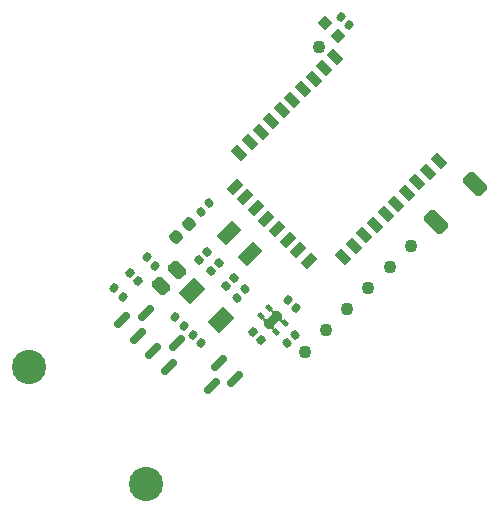
<source format=gbr>
G04 #@! TF.GenerationSoftware,KiCad,Pcbnew,(6.0.9)*
G04 #@! TF.CreationDate,2022-11-30T18:40:26+01:00*
G04 #@! TF.ProjectId,parasite - 45deg,70617261-7369-4746-9520-2d2034356465,1.2.0*
G04 #@! TF.SameCoordinates,Original*
G04 #@! TF.FileFunction,Soldermask,Top*
G04 #@! TF.FilePolarity,Negative*
%FSLAX46Y46*%
G04 Gerber Fmt 4.6, Leading zero omitted, Abs format (unit mm)*
G04 Created by KiCad (PCBNEW (6.0.9)) date 2022-11-30 18:40:26*
%MOMM*%
%LPD*%
G01*
G04 APERTURE LIST*
G04 Aperture macros list*
%AMRoundRect*
0 Rectangle with rounded corners*
0 $1 Rounding radius*
0 $2 $3 $4 $5 $6 $7 $8 $9 X,Y pos of 4 corners*
0 Add a 4 corners polygon primitive as box body*
4,1,4,$2,$3,$4,$5,$6,$7,$8,$9,$2,$3,0*
0 Add four circle primitives for the rounded corners*
1,1,$1+$1,$2,$3*
1,1,$1+$1,$4,$5*
1,1,$1+$1,$6,$7*
1,1,$1+$1,$8,$9*
0 Add four rect primitives between the rounded corners*
20,1,$1+$1,$2,$3,$4,$5,0*
20,1,$1+$1,$4,$5,$6,$7,0*
20,1,$1+$1,$6,$7,$8,$9,0*
20,1,$1+$1,$8,$9,$2,$3,0*%
G04 Aperture macros list end*
%ADD10RoundRect,0.191000X0.021213X-0.219203X0.219203X-0.021213X-0.021213X0.219203X-0.219203X0.021213X0*%
%ADD11RoundRect,0.191000X0.219203X0.021213X0.021213X0.219203X-0.219203X-0.021213X-0.021213X-0.219203X0*%
%ADD12RoundRect,0.186000X0.035355X-0.226274X0.226274X-0.035355X-0.035355X0.226274X-0.226274X0.035355X0*%
%ADD13RoundRect,0.186000X-0.226274X-0.035355X-0.035355X-0.226274X0.226274X0.035355X0.035355X0.226274X0*%
%ADD14RoundRect,0.186000X0.226274X0.035355X0.035355X0.226274X-0.226274X-0.035355X-0.035355X-0.226274X0*%
%ADD15C,1.102000*%
%ADD16RoundRect,0.186000X-0.035355X0.226274X-0.226274X0.035355X0.035355X-0.226274X0.226274X-0.035355X0*%
%ADD17RoundRect,0.201000X0.309359X0.521491X-0.521491X-0.309359X-0.309359X-0.521491X0.521491X0.309359X0*%
%ADD18RoundRect,0.051000X0.989949X0.282843X0.282843X0.989949X-0.989949X-0.282843X-0.282843X-0.989949X0*%
%ADD19RoundRect,0.269750X0.026517X-0.335876X0.335876X-0.026517X-0.026517X0.335876X-0.335876X0.026517X0*%
%ADD20RoundRect,0.191000X-0.021213X0.219203X-0.219203X0.021213X0.021213X-0.219203X0.219203X-0.021213X0*%
%ADD21RoundRect,0.301000X0.159099X-0.512652X0.512652X-0.159099X-0.159099X0.512652X-0.512652X0.159099X0*%
%ADD22RoundRect,0.201000X-0.309359X-0.521491X0.521491X0.309359X0.309359X0.521491X-0.521491X-0.309359X0*%
%ADD23RoundRect,0.138500X0.194454X-0.070711X-0.070711X0.194454X-0.194454X0.070711X0.070711X-0.194454X0*%
%ADD24RoundRect,0.226000X0.565685X0.318198X0.318198X0.565685X-0.565685X-0.318198X-0.318198X-0.565685X0*%
%ADD25RoundRect,0.051000X1.060660X0.141421X0.141421X1.060660X-1.060660X-0.141421X-0.141421X-1.060660X0*%
%ADD26RoundRect,0.051000X0.194454X-0.654074X0.654074X-0.194454X-0.194454X0.654074X-0.654074X0.194454X0*%
%ADD27RoundRect,0.051000X0.654074X0.194454X0.194454X0.654074X-0.654074X-0.194454X-0.194454X-0.654074X0*%
%ADD28RoundRect,0.051000X-0.565685X0.000000X0.000000X-0.565685X0.565685X0.000000X0.000000X0.565685X0*%
%ADD29C,2.902000*%
%ADD30RoundRect,0.351000X-0.282843X0.707107X-0.707107X0.282843X0.282843X-0.707107X0.707107X-0.282843X0*%
G04 APERTURE END LIST*
D10*
X100303060Y-63946938D03*
X100981882Y-63268116D03*
D11*
X92800657Y-63522674D03*
X92121835Y-62843852D03*
D12*
X101201086Y-64887390D03*
X101922334Y-64166142D03*
D13*
X97453420Y-68034016D03*
X98174668Y-68755264D03*
D14*
X91549078Y-64816679D03*
X90827830Y-64095431D03*
D13*
X95979102Y-66559698D03*
X96700350Y-67280946D03*
X93574939Y-61468530D03*
X94296187Y-62189778D03*
D15*
X112336756Y-64080027D03*
X114132807Y-62283976D03*
X110540705Y-65876078D03*
X108744653Y-67672130D03*
X106948602Y-69468181D03*
D16*
X98882332Y-56882385D03*
X98161084Y-57603633D03*
D11*
X103265837Y-68472422D03*
X102587015Y-67793600D03*
D17*
X101068503Y-71737488D03*
X99725000Y-70393985D03*
X99070926Y-72391562D03*
D18*
X100582368Y-59424991D03*
X102350134Y-61192757D03*
D19*
X96020317Y-59744400D03*
X97134011Y-58630706D03*
D10*
X99030268Y-62674146D03*
X99709090Y-61995324D03*
D20*
X98719141Y-61005374D03*
X98040319Y-61684196D03*
D21*
X94819447Y-63915118D03*
X96162949Y-62571616D03*
D14*
X106246292Y-65796022D03*
X105525044Y-65074774D03*
D12*
X105433120Y-68744657D03*
X106154368Y-68023409D03*
D22*
X94121179Y-69421713D03*
X95464682Y-70765216D03*
X96118756Y-68767639D03*
D23*
X104559842Y-67786528D03*
X105266949Y-67079421D03*
X103958802Y-65771274D03*
X103251695Y-66478381D03*
D24*
X104259322Y-66778901D03*
D25*
X99875261Y-66778901D03*
X97400387Y-64304027D03*
D15*
X115928858Y-60487925D03*
D26*
X109499691Y-44541100D03*
X108601665Y-45439125D03*
X107703640Y-46337151D03*
X106805614Y-47235177D03*
X105907589Y-48133202D03*
X105009563Y-49031228D03*
X104111537Y-49929253D03*
X103213512Y-50827279D03*
X102315486Y-51725305D03*
X101417461Y-52623330D03*
D27*
X101014410Y-55499841D03*
X101912435Y-56397866D03*
X102810461Y-57295892D03*
X103708487Y-58193918D03*
X104606512Y-59091943D03*
X105504538Y-59989969D03*
X106402563Y-60887994D03*
X107300589Y-61786020D03*
D26*
X110212455Y-61418324D03*
X111110480Y-60520299D03*
X112008506Y-59622273D03*
X112906532Y-58724248D03*
X113804557Y-57826222D03*
X114702583Y-56928196D03*
X115600608Y-56030171D03*
X116498634Y-55132145D03*
X117396660Y-54234120D03*
X118294685Y-53336094D03*
D15*
X108148410Y-43656509D03*
D14*
X110711671Y-41835709D03*
X109990423Y-41114461D03*
D28*
X108678740Y-41641255D03*
X109739400Y-42701915D03*
D29*
X93511299Y-80638194D03*
D30*
X121361258Y-55263110D03*
X118108566Y-58515802D03*
D22*
X91504884Y-66805417D03*
X92848387Y-68148920D03*
X93502461Y-66151343D03*
D29*
X83611804Y-70738699D03*
G36*
X104358223Y-67248514D02*
G01*
X104358046Y-67249990D01*
X104324576Y-67311288D01*
X104329516Y-67380370D01*
X104371021Y-67435814D01*
X104436065Y-67460074D01*
X104450980Y-67459141D01*
X104452771Y-67460031D01*
X104452896Y-67462027D01*
X104451495Y-67463099D01*
X104436909Y-67466001D01*
X104392471Y-67495693D01*
X104269007Y-67619157D01*
X104239313Y-67663597D01*
X104239201Y-67664161D01*
X104237882Y-67665664D01*
X104235921Y-67665273D01*
X104235248Y-67663948D01*
X104229782Y-67602870D01*
X104187294Y-67548176D01*
X104121980Y-67525135D01*
X104068203Y-67537844D01*
X104066864Y-67537443D01*
X104060251Y-67539714D01*
X104060061Y-67539768D01*
X104054351Y-67541117D01*
X104052557Y-67542290D01*
X104052112Y-67542508D01*
X104042354Y-67545859D01*
X104040391Y-67545475D01*
X104039741Y-67543584D01*
X104040593Y-67542304D01*
X104099656Y-67502839D01*
X104354877Y-67247618D01*
X104356809Y-67247100D01*
X104358223Y-67248514D01*
G37*
G36*
X103580288Y-66576145D02*
G01*
X103580961Y-66577471D01*
X103586428Y-66638547D01*
X103628916Y-66693240D01*
X103694230Y-66716281D01*
X103761788Y-66700315D01*
X103787974Y-66680346D01*
X103789958Y-66680091D01*
X103791171Y-66681681D01*
X103790601Y-66683350D01*
X103535384Y-66938567D01*
X103495804Y-66997803D01*
X103494010Y-66998688D01*
X103492347Y-66997577D01*
X103492248Y-66996046D01*
X103500346Y-66972328D01*
X103500107Y-66972246D01*
X103498792Y-66970739D01*
X103498878Y-66969660D01*
X103513092Y-66931203D01*
X103498170Y-66863570D01*
X103449054Y-66814743D01*
X103381103Y-66800171D01*
X103379182Y-66800433D01*
X103377331Y-66799676D01*
X103377061Y-66797694D01*
X103377801Y-66796788D01*
X103419066Y-66769216D01*
X103542530Y-66645752D01*
X103572222Y-66601314D01*
X103577007Y-66577259D01*
X103578326Y-66575755D01*
X103580288Y-66576145D01*
G37*
G36*
X105026297Y-66560225D02*
G01*
X105026396Y-66561756D01*
X105018298Y-66585474D01*
X105018537Y-66585556D01*
X105019852Y-66587063D01*
X105019766Y-66588142D01*
X105005552Y-66626599D01*
X105020474Y-66694232D01*
X105069590Y-66743059D01*
X105137541Y-66757631D01*
X105139462Y-66757369D01*
X105141313Y-66758126D01*
X105141583Y-66760108D01*
X105140843Y-66761014D01*
X105099578Y-66788586D01*
X104976114Y-66912050D01*
X104946422Y-66956488D01*
X104941637Y-66980543D01*
X104940318Y-66982047D01*
X104938356Y-66981657D01*
X104937683Y-66980331D01*
X104932216Y-66919255D01*
X104889728Y-66864562D01*
X104824414Y-66841521D01*
X104756856Y-66857487D01*
X104730670Y-66877456D01*
X104728686Y-66877711D01*
X104727473Y-66876121D01*
X104728043Y-66874452D01*
X104983260Y-66619235D01*
X105022840Y-66559999D01*
X105024634Y-66559114D01*
X105026297Y-66560225D01*
G37*
G36*
X104282723Y-65892529D02*
G01*
X104283396Y-65893854D01*
X104288862Y-65954932D01*
X104331350Y-66009626D01*
X104396664Y-66032667D01*
X104450441Y-66019958D01*
X104451780Y-66020359D01*
X104458393Y-66018088D01*
X104458583Y-66018034D01*
X104464293Y-66016685D01*
X104466087Y-66015512D01*
X104466532Y-66015294D01*
X104476290Y-66011943D01*
X104478253Y-66012327D01*
X104478903Y-66014218D01*
X104478051Y-66015498D01*
X104418988Y-66054963D01*
X104163767Y-66310184D01*
X104161835Y-66310702D01*
X104160421Y-66309288D01*
X104160598Y-66307812D01*
X104194068Y-66246514D01*
X104189128Y-66177432D01*
X104147623Y-66121988D01*
X104082579Y-66097728D01*
X104067664Y-66098661D01*
X104065873Y-66097771D01*
X104065748Y-66095775D01*
X104067149Y-66094703D01*
X104081735Y-66091801D01*
X104126173Y-66062109D01*
X104249637Y-65938645D01*
X104279331Y-65894205D01*
X104279443Y-65893641D01*
X104280762Y-65892138D01*
X104282723Y-65892529D01*
G37*
M02*

</source>
